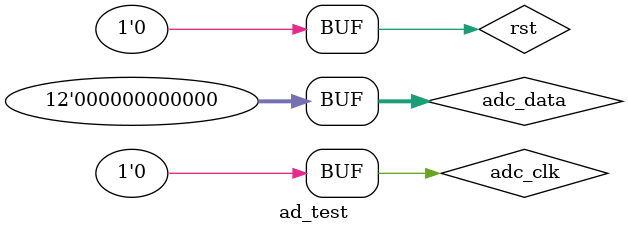
<source format=v>

`timescale 1ns / 1ps


module ad_test;

	// Inputs
	reg adc_clk;
	reg rst;
	reg [11:0] adc_data;

	// Outputs
	wire adc_buf_wr;
	wire [11:0] adc_buf_addr;
	wire [7:0] adc_buf_data;
	wire [7:0] adc_data_narrow;
	wire [7:0] adc_data_narrow_d0;

	// Instantiate the Unit Under Test (UUT)
	ad9226_sample uut (
		.adc_clk(adc_clk), 
		.rst(rst), 
		.adc_data(adc_data), 
		.adc_buf_wr(adc_buf_wr), 
		.adc_buf_addr(adc_buf_addr), 
		.adc_buf_data(adc_buf_data), 
		.adc_data_narrow(adc_data_narrow), 
		.adc_data_narrow_d0(adc_data_narrow_d0)
	);

	initial begin
		// Initialize Inputs
		adc_clk = 0;
		rst = 0;
		adc_data = 0;

		// Wait 100 ns for global reset to finish
		#100;
        
		// Add stimulus here

	end
      
endmodule


</source>
